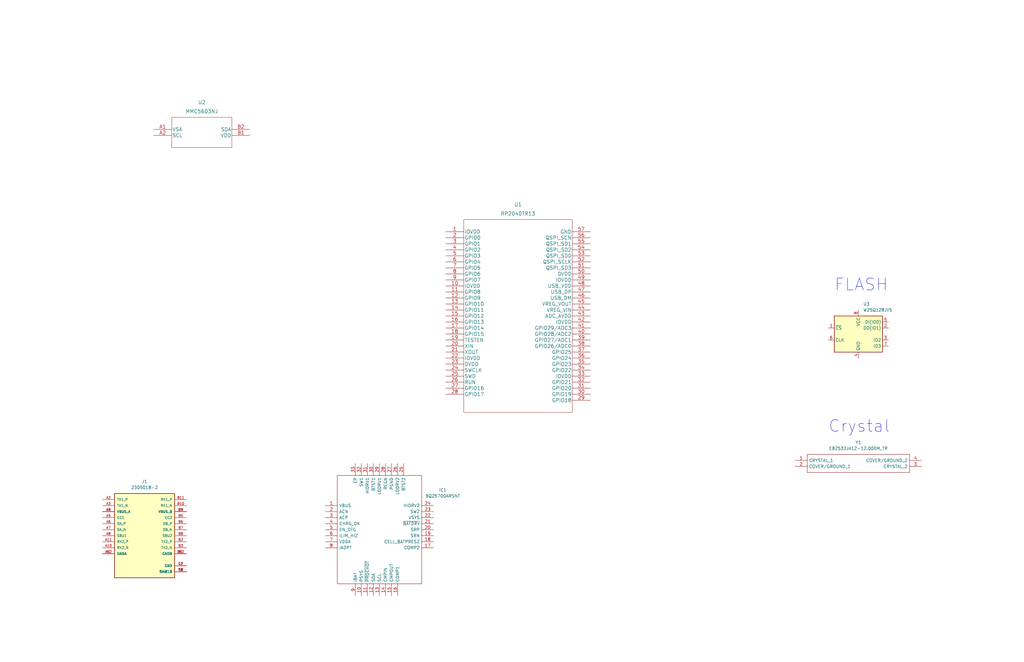
<source format=kicad_sch>
(kicad_sch (version 20211123) (generator eeschema)
  (paper "B")
  (lib_symbols
    (symbol "2021-12-28_21-11-30:RP2040TR13" (pin_names (offset 0.254))
      (property "Reference" "U" (at 30.48 10.16 0))
      (property "Value" "RP2040TR13" (at 30.48 7.62 0))
      (symbol "RP2040TR13_1_1"
        (polyline (pts (xy 7.62 -76.2) (xy 53.34 -76.2)) (stroke (width 0.127)))
        (polyline (pts (xy 7.62 5.08) (xy 7.62 -76.2)) (stroke (width 0.127)))
        (polyline (pts (xy 53.34 -76.2) (xy 53.34 5.08)) (stroke (width 0.127)))
        (polyline (pts (xy 53.34 5.08) (xy 7.62 5.08)) (stroke (width 0.127)))
        (pin power_in line (at 0 0 0) (length 7.62) (name "IOVDD") (number "1"))
        (pin power_in line (at 0 -22.86 0) (length 7.62) (name "IOVDD") (number "10"))
        (pin bidirectional line (at 0 -25.4 0) (length 7.62) (name "GPIO8") (number "11"))
        (pin bidirectional line (at 0 -27.94 0) (length 7.62) (name "GPIO9") (number "12"))
        (pin bidirectional line (at 0 -30.48 0) (length 7.62) (name "GPIO10") (number "13"))
        (pin bidirectional line (at 0 -33.02 0) (length 7.62) (name "GPIO11") (number "14"))
        (pin bidirectional line (at 0 -35.56 0) (length 7.62) (name "GPIO12") (number "15"))
        (pin bidirectional line (at 0 -38.1 0) (length 7.62) (name "GPIO13") (number "16"))
        (pin bidirectional line (at 0 -40.64 0) (length 7.62) (name "GPIO14") (number "17"))
        (pin bidirectional line (at 0 -43.18 0) (length 7.62) (name "GPIO15") (number "18"))
        (pin input line (at 0 -45.72 0) (length 7.62) (name "TESTEN") (number "19"))
        (pin bidirectional line (at 0 -2.54 0) (length 7.62) (name "GPIO0") (number "2"))
        (pin unspecified line (at 0 -48.26 0) (length 7.62) (name "XIN") (number "20"))
        (pin unspecified line (at 0 -50.8 0) (length 7.62) (name "XOUT") (number "21"))
        (pin power_in line (at 0 -53.34 0) (length 7.62) (name "IOVDD") (number "22"))
        (pin power_in line (at 0 -55.88 0) (length 7.62) (name "DVDD") (number "23"))
        (pin input line (at 0 -58.42 0) (length 7.62) (name "SWCLK") (number "24"))
        (pin bidirectional line (at 0 -60.96 0) (length 7.62) (name "SWD") (number "25"))
        (pin input line (at 0 -63.5 0) (length 7.62) (name "RUN") (number "26"))
        (pin bidirectional line (at 0 -66.04 0) (length 7.62) (name "GPIO16") (number "27"))
        (pin bidirectional line (at 0 -68.58 0) (length 7.62) (name "GPIO17") (number "28"))
        (pin bidirectional line (at 60.96 -71.12 180) (length 7.62) (name "GPIO18") (number "29"))
        (pin bidirectional line (at 0 -5.08 0) (length 7.62) (name "GPIO1") (number "3"))
        (pin bidirectional line (at 60.96 -68.58 180) (length 7.62) (name "GPIO19") (number "30"))
        (pin bidirectional line (at 60.96 -66.04 180) (length 7.62) (name "GPIO20") (number "31"))
        (pin bidirectional line (at 60.96 -63.5 180) (length 7.62) (name "GPIO21") (number "32"))
        (pin power_in line (at 60.96 -60.96 180) (length 7.62) (name "IOVDD") (number "33"))
        (pin bidirectional line (at 60.96 -58.42 180) (length 7.62) (name "GPIO22") (number "34"))
        (pin bidirectional line (at 60.96 -55.88 180) (length 7.62) (name "GPIO23") (number "35"))
        (pin bidirectional line (at 60.96 -53.34 180) (length 7.62) (name "GPIO24") (number "36"))
        (pin bidirectional line (at 60.96 -50.8 180) (length 7.62) (name "GPIO25") (number "37"))
        (pin bidirectional line (at 60.96 -48.26 180) (length 7.62) (name "GPIO26/ADC0") (number "38"))
        (pin bidirectional line (at 60.96 -45.72 180) (length 7.62) (name "GPIO27/ADC1") (number "39"))
        (pin bidirectional line (at 0 -7.62 0) (length 7.62) (name "GPIO2") (number "4"))
        (pin bidirectional line (at 60.96 -43.18 180) (length 7.62) (name "GPIO28/ADC2") (number "40"))
        (pin bidirectional line (at 60.96 -40.64 180) (length 7.62) (name "GPIO29/ADC3") (number "41"))
        (pin power_in line (at 60.96 -38.1 180) (length 7.62) (name "IOVDD") (number "42"))
        (pin power_in line (at 60.96 -35.56 180) (length 7.62) (name "ADC_AVDD") (number "43"))
        (pin power_in line (at 60.96 -33.02 180) (length 7.62) (name "VREG_VIN") (number "44"))
        (pin output line (at 60.96 -30.48 180) (length 7.62) (name "VREG_VOUT") (number "45"))
        (pin bidirectional line (at 60.96 -27.94 180) (length 7.62) (name "USB_DM") (number "46"))
        (pin bidirectional line (at 60.96 -25.4 180) (length 7.62) (name "USB_DP") (number "47"))
        (pin power_in line (at 60.96 -22.86 180) (length 7.62) (name "USB_VDD") (number "48"))
        (pin power_in line (at 60.96 -20.32 180) (length 7.62) (name "IOVDD") (number "49"))
        (pin bidirectional line (at 0 -10.16 0) (length 7.62) (name "GPIO3") (number "5"))
        (pin power_in line (at 60.96 -17.78 180) (length 7.62) (name "DVDD") (number "50"))
        (pin bidirectional line (at 60.96 -15.24 180) (length 7.62) (name "QSPI_SD3") (number "51"))
        (pin bidirectional line (at 60.96 -12.7 180) (length 7.62) (name "QSPI_SCLK") (number "52"))
        (pin bidirectional line (at 60.96 -10.16 180) (length 7.62) (name "QSPI_SD0") (number "53"))
        (pin bidirectional line (at 60.96 -7.62 180) (length 7.62) (name "QSPI_SD2") (number "54"))
        (pin bidirectional line (at 60.96 -5.08 180) (length 7.62) (name "QSPI_SD1") (number "55"))
        (pin bidirectional line (at 60.96 -2.54 180) (length 7.62) (name "QSPI_SCN") (number "56"))
        (pin power_in line (at 60.96 0 180) (length 7.62) (name "GND") (number "57"))
        (pin bidirectional line (at 0 -12.7 0) (length 7.62) (name "GPIO4") (number "6"))
        (pin bidirectional line (at 0 -15.24 0) (length 7.62) (name "GPIO5") (number "7"))
        (pin bidirectional line (at 0 -17.78 0) (length 7.62) (name "GPIO6") (number "8"))
        (pin bidirectional line (at 0 -20.32 0) (length 7.62) (name "GPIO7") (number "9"))
      )
    )
    (symbol "2021-12-28_21-22-16:MMC5603NJ" (pin_names (offset 0.254))
      (property "Reference" "U" (at 20.32 10.16 0))
      (property "Value" "MMC5603NJ" (at 20.32 7.62 0))
      (symbol "MMC5603NJ_1_1"
        (polyline (pts (xy 7.62 -7.62) (xy 33.02 -7.62)) (stroke (width 0.127)))
        (polyline (pts (xy 7.62 5.08) (xy 7.62 -7.62)) (stroke (width 0.127)))
        (polyline (pts (xy 33.02 -7.62) (xy 33.02 5.08)) (stroke (width 0.127)))
        (polyline (pts (xy 33.02 5.08) (xy 7.62 5.08)) (stroke (width 0.127)))
        (pin power_in line (at 0 0 0) (length 7.62) (name "VSA") (number "A1"))
        (pin input line (at 0 -2.54 0) (length 7.62) (name "SCL") (number "A2"))
        (pin power_in line (at 40.64 -2.54 180) (length 7.62) (name "VDD") (number "B1"))
        (pin bidirectional line (at 40.64 0 180) (length 7.62) (name "SDA") (number "B2"))
      )
    )
    (symbol "2305018-2:2305018-2" (pin_names (offset 1.016))
      (property "Reference" "J" (at -12.7 18.0594 0))
      (property "Value" "2305018-2" (at -12.7 -20.3454 0))
      (symbol "2305018-2_0_0"
        (rectangle (start -12.7 -17.78) (end 12.7 17.78) (stroke (width 0.254)) (fill (type background)))
        (pin passive line (at -17.78 -7.62 0) (length 5.08) (name "GNDA") (number "A1"))
        (pin passive line (at -17.78 -5.08 0) (length 5.08) (name "RX2_N") (number "A10"))
        (pin passive line (at -17.78 -2.54 0) (length 5.08) (name "RX2_P") (number "A11"))
        (pin passive line (at -17.78 -7.62 0) (length 5.08) (name "GNDA") (number "A12"))
        (pin passive line (at -17.78 15.24 0) (length 5.08) (name "TX1_P") (number "A2"))
        (pin passive line (at -17.78 12.7 0) (length 5.08) (name "TX1_N") (number "A3"))
        (pin passive line (at -17.78 10.16 0) (length 5.08) (name "VBUS_A") (number "A4"))
        (pin passive line (at -17.78 7.62 0) (length 5.08) (name "CC1") (number "A5"))
        (pin passive line (at -17.78 5.08 0) (length 5.08) (name "DA_P") (number "A6"))
        (pin passive line (at -17.78 2.54 0) (length 5.08) (name "DA_N") (number "A7"))
        (pin passive line (at -17.78 0 0) (length 5.08) (name "SBU1") (number "A8"))
        (pin passive line (at -17.78 10.16 0) (length 5.08) (name "VBUS_A") (number "A9"))
        (pin passive line (at 17.78 -7.62 180) (length 5.08) (name "GNDB") (number "B1"))
        (pin passive line (at 17.78 12.7 180) (length 5.08) (name "RX1_N") (number "B10"))
        (pin passive line (at 17.78 15.24 180) (length 5.08) (name "RX1_P") (number "B11"))
        (pin passive line (at 17.78 -7.62 180) (length 5.08) (name "GNDB") (number "B12"))
        (pin passive line (at 17.78 -2.54 180) (length 5.08) (name "TX2_P") (number "B2"))
        (pin passive line (at 17.78 -5.08 180) (length 5.08) (name "TX2_N") (number "B3"))
        (pin passive line (at 17.78 10.16 180) (length 5.08) (name "VBUS_B") (number "B4"))
        (pin passive line (at 17.78 7.62 180) (length 5.08) (name "CC2") (number "B5"))
        (pin passive line (at 17.78 5.08 180) (length 5.08) (name "DB_P") (number "B6"))
        (pin passive line (at 17.78 2.54 180) (length 5.08) (name "DB_N") (number "B7"))
        (pin passive line (at 17.78 0 180) (length 5.08) (name "SBU2") (number "B8"))
        (pin passive line (at 17.78 10.16 180) (length 5.08) (name "VBUS_B") (number "B9"))
        (pin power_in line (at 17.78 -12.7 180) (length 5.08) (name "GND") (number "G1"))
        (pin power_in line (at 17.78 -12.7 180) (length 5.08) (name "GND") (number "G2"))
        (pin power_in line (at 17.78 -15.24 180) (length 5.08) (name "SHIELD") (number "S1"))
        (pin power_in line (at 17.78 -15.24 180) (length 5.08) (name "SHIELD") (number "S2"))
        (pin power_in line (at 17.78 -15.24 180) (length 5.08) (name "SHIELD") (number "S3"))
        (pin power_in line (at 17.78 -15.24 180) (length 5.08) (name "SHIELD") (number "S4"))
      )
    )
    (symbol "BQ25700ARSNT:BQ25700ARSNT" (pin_names (offset 0.762))
      (property "Reference" "IC" (at 41.91 17.78 0))
      (property "Value" "BQ25700ARSNT" (at 41.91 15.24 0))
      (symbol "BQ25700ARSNT_0_0"
        (pin passive line (at 0 0 0) (length 5.08) (name "VBUS") (number "1"))
        (pin passive line (at 15.24 -38.1 90) (length 5.08) (name "PSYS") (number "10"))
        (pin passive line (at 17.78 -38.1 90) (length 5.08) (name "~{PROCHOT}") (number "11"))
        (pin passive line (at 20.32 -38.1 90) (length 5.08) (name "SDA") (number "12"))
        (pin passive line (at 22.86 -38.1 90) (length 5.08) (name "SCL") (number "13"))
        (pin passive line (at 25.4 -38.1 90) (length 5.08) (name "CMPIN") (number "14"))
        (pin passive line (at 27.94 -38.1 90) (length 5.08) (name "CMPOUT") (number "15"))
        (pin passive line (at 30.48 -38.1 90) (length 5.08) (name "COMP1") (number "16"))
        (pin passive line (at 45.72 -17.78 180) (length 5.08) (name "COMP2") (number "17"))
        (pin passive line (at 45.72 -15.24 180) (length 5.08) (name "CELL_BATPRESZ") (number "18"))
        (pin passive line (at 45.72 -12.7 180) (length 5.08) (name "SRN") (number "19"))
        (pin passive line (at 0 -2.54 0) (length 5.08) (name "ACN") (number "2"))
        (pin passive line (at 45.72 -10.16 180) (length 5.08) (name "SRP") (number "20"))
        (pin passive line (at 45.72 -7.62 180) (length 5.08) (name "~{BATDRV}") (number "21"))
        (pin passive line (at 45.72 -5.08 180) (length 5.08) (name "VSYS") (number "22"))
        (pin passive line (at 45.72 -2.54 180) (length 5.08) (name "SW2") (number "23"))
        (pin passive line (at 45.72 0 180) (length 5.08) (name "HIDRV2") (number "24"))
        (pin passive line (at 33.02 17.78 270) (length 5.08) (name "BTST2") (number "25"))
        (pin passive line (at 30.48 17.78 270) (length 5.08) (name "LODRV2") (number "26"))
        (pin passive line (at 27.94 17.78 270) (length 5.08) (name "PGND") (number "27"))
        (pin passive line (at 25.4 17.78 270) (length 5.08) (name "REGN") (number "28"))
        (pin passive line (at 22.86 17.78 270) (length 5.08) (name "LODRV1") (number "29"))
        (pin passive line (at 0 -5.08 0) (length 5.08) (name "ACP") (number "3"))
        (pin passive line (at 20.32 17.78 270) (length 5.08) (name "BTST1") (number "30"))
        (pin passive line (at 17.78 17.78 270) (length 5.08) (name "HIDRV1") (number "31"))
        (pin passive line (at 15.24 17.78 270) (length 5.08) (name "SW1") (number "32"))
        (pin passive line (at 12.7 17.78 270) (length 5.08) (name "EP") (number "33"))
        (pin passive line (at 0 -7.62 0) (length 5.08) (name "CHRG_OK") (number "4"))
        (pin passive line (at 0 -10.16 0) (length 5.08) (name "EN_OTG") (number "5"))
        (pin passive line (at 0 -12.7 0) (length 5.08) (name "ILIM_HIZ") (number "6"))
        (pin passive line (at 0 -15.24 0) (length 5.08) (name "VDDA") (number "7"))
        (pin passive line (at 0 -17.78 0) (length 5.08) (name "IADPT") (number "8"))
        (pin passive line (at 12.7 -38.1 90) (length 5.08) (name "IBAT") (number "9"))
      )
      (symbol "BQ25700ARSNT_0_1"
        (polyline (pts (xy 5.08 12.7) (xy 40.64 12.7) (xy 40.64 -33.02) (xy 5.08 -33.02) (xy 5.08 12.7)) (stroke (width 0.1524)))
      )
    )
    (symbol "EB2532JA12-12.000M_TR:EB2532JA12-12.000M_TR" (pin_names (offset 0.762))
      (property "Reference" "Y" (at 49.53 7.62 0))
      (property "Value" "EB2532JA12-12.000M_TR" (at 49.53 5.08 0))
      (symbol "EB2532JA12-12.000M_TR_0_0"
        (pin passive line (at 0 0 0) (length 5.08) (name "CRYSTAL_1") (number "1"))
        (pin passive line (at 0 -2.54 0) (length 5.08) (name "COVER/GROUND_1") (number "2"))
        (pin passive line (at 53.34 -2.54 180) (length 5.08) (name "CRYSTAL_2") (number "3"))
        (pin passive line (at 53.34 0 180) (length 5.08) (name "COVER/GROUND_2") (number "4"))
      )
      (symbol "EB2532JA12-12.000M_TR_0_1"
        (polyline (pts (xy 5.08 2.54) (xy 48.26 2.54) (xy 48.26 -5.08) (xy 5.08 -5.08) (xy 5.08 2.54)) (stroke (width 0.1524)))
      )
    )
    (symbol "Memory_Flash:W25Q128JVS"
      (property "Reference" "U" (at -8.89 8.89 0))
      (property "Value" "W25Q128JVS" (at 7.62 8.89 0))
      (symbol "W25Q128JVS_0_1"
        (rectangle (start -10.16 7.62) (end 10.16 -7.62) (stroke (width 0.254)) (fill (type background)))
      )
      (symbol "W25Q128JVS_1_1"
        (pin input line (at -12.7 2.54 0) (length 2.54) (name "~{CS}") (number "1"))
        (pin bidirectional line (at 12.7 2.54 180) (length 2.54) (name "DO(IO1)") (number "2"))
        (pin bidirectional line (at 12.7 -2.54 180) (length 2.54) (name "IO2") (number "3"))
        (pin power_in line (at 0 -10.16 90) (length 2.54) (name "GND") (number "4"))
        (pin bidirectional line (at 12.7 5.08 180) (length 2.54) (name "DI(IO0)") (number "5"))
        (pin input line (at -12.7 -2.54 0) (length 2.54) (name "CLK") (number "6"))
        (pin bidirectional line (at 12.7 -5.08 180) (length 2.54) (name "IO3") (number "7"))
        (pin power_in line (at 0 10.16 270) (length 2.54) (name "VCC") (number "8"))
      )
    )
  )
  (text "Crystal" (at 349.25 182.88 0) (effects (font (size 5 5)) (justify left bottom)))
  (text "FLASH" (at 351.79 123.19 0) (effects (font (size 5 5)) (justify left bottom)))
  (symbol (lib_id "2305018-2:2305018-2") (at 60.96 226.06 0) (unit 1)
    (property "Reference" "J1" (at 60.96 203.2 0))
    (property "Value" "2305018-2" (at 60.96 205.74 0))
    (property "Footprint" "TE_2305018-2" (effects hide))
    (property "MANUFACTURER" "TE Connectivity" (effects hide))
    (property "PARTREV" "6.0" (effects hide))
    (property "STANDRAD" "Manufacturer Recommendation" (effects hide))
  )
  (symbol (lib_id "2021-12-28_21-22-16:MMC5603NJ") (at 64.77 54.61 0) (unit 1)
    (property "Reference" "U2" (at 85.09 43.18 0) (effects (font (size 1.524 1.524))))
    (property "Value" "MMC5603NJ" (at 85.09 46.99 0) (effects (font (size 1.524 1.524))))
    (property "Footprint" "2305018-2:TE_2305018-2" (effects hide))
  )
  (symbol (lib_id "BQ25700ARSNT:BQ25700ARSNT") (at 137.16 213.36 0) (unit 1)
    (property "Reference" "IC1" (at 186.69 206.7812 0))
    (property "Value" "BQ25700ARSNT" (at 186.69 209.3212 0))
    (property "Footprint" "QFN40P400X400X80-33N-D" (effects hide))
    (property "Datasheet" "http://www.ti.com/lit/gpn/bq25700a" (effects hide))
    (property "Description" "NVDC SMBus Battery Buck-Boost Charge Controller with System Power Monitor & Processor" (effects hide))
    (property "Height" "0.8" (effects hide))
    (property "Mouser Part Number" "595-BQ25700ARSNT" (effects hide))
    (property "Mouser Price/Stock" "https://www.mouser.co.uk/ProductDetail/Texas-Instruments/BQ25700ARSNT?qs=5aG0NVq1C4w7NioJL166ZA%3D%3D" (effects hide))
    (property "Manufacturer_Name" "Texas Instruments" (effects hide))
    (property "Manufacturer_Part_Number" "BQ25700ARSNT" (effects hide))
  )
  (symbol (lib_id "EB2532JA12-12.000M_TR:EB2532JA12-12.000M_TR") (at 335.28 194.31 0) (unit 1)
    (property "Reference" "Y1" (at 361.95 186.69 0))
    (property "Value" "EB2532JA12-12.000M_TR" (at 361.95 189.23 0))
    (property "Footprint" "EB2532JA1212000MTR" (effects hide))
    (property "Datasheet" "https://abracon.com/datasheets/Ecliptek/EB2532.pdf" (effects hide))
    (property "Description" "Crystal Resonator 12MHz +/-15ppm (Tol) +/-30ppm (Stability) 12pF FUND 100Ohm Automotive 4-Pin CSMD T/R" (effects hide))
    (property "Height" "0.8" (effects hide))
    (property "Manufacturer_Name" "Ecliptek" (effects hide))
    (property "Manufacturer_Part_Number" "EB2532JA12-12.000M TR" (effects hide))
    (property "Mouser Part Number" "669-EB2532JA12-12T" (effects hide))
    (property "Mouser Price/Stock" "https://www.mouser.com/Search/Refine.aspx?Keyword=669-EB2532JA12-12T" (effects hide))
    (property "Arrow Part Number" "EB2532JA12-12.000M TR" (effects hide))
    (property "Arrow Price/Stock" "https://www.arrow.com/en/products/eb2532ja12-12.000m-tr/ecliptek" (effects hide))
  )
  (symbol (lib_id "Memory_Flash:W25Q128JVS") (at 361.95 140.97 0) (unit 1)
    (property "Reference" "U3" (at 363.9694 128.27 0) (effects (justify left)))
    (property "Value" "W25Q128JVS" (at 363.9694 130.81 0) (effects (justify left)))
    (property "Footprint" "Package_SO:SOIC-8_5.23x5.23mm_P1.27mm" (effects hide))
    (property "Datasheet" "http://www.winbond.com/resource-files/w25q128jv_dtr%20revc%2003272018%20plus.pdf" (effects hide))
  )
  (symbol (lib_id "2021-12-28_21-11-30:RP2040TR13") (at 187.96 97.79 0) (unit 1)
    (property "Reference" "U1" (at 218.44 86.36 0) (effects (font (size 1.524 1.524))))
    (property "Value" "RP2040TR13" (at 218.44 90.17 0) (effects (font (size 1.524 1.524))))
    (property "Footprint" "RP2040TR13" (effects hide))
  )
)
</source>
